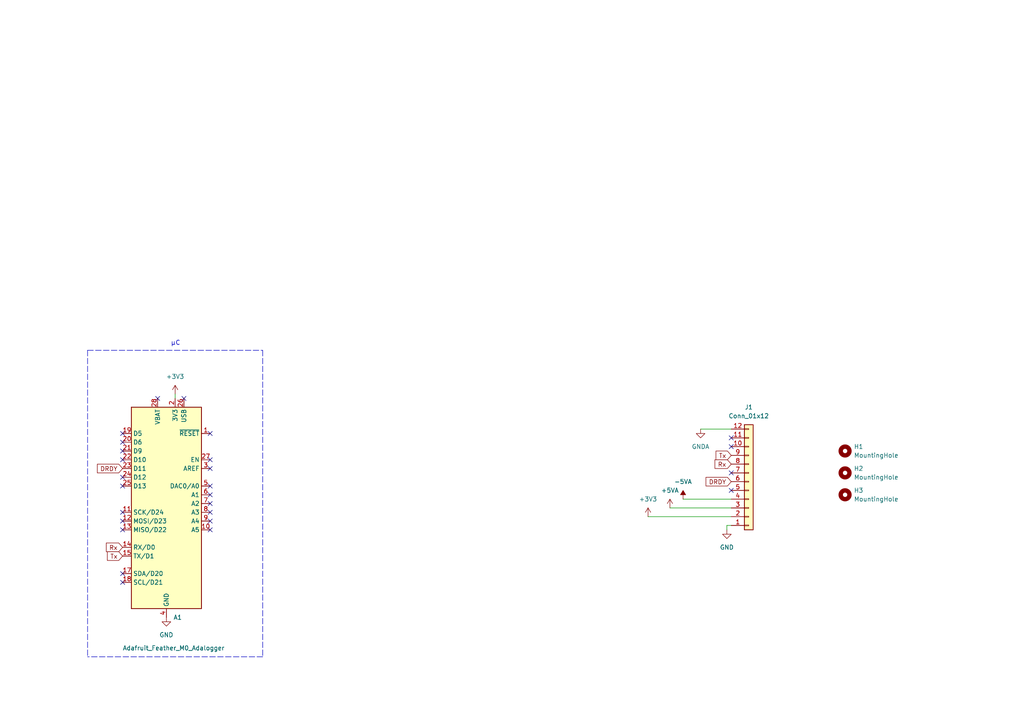
<source format=kicad_sch>
(kicad_sch (version 20211123) (generator eeschema)
  (paper "A4")
  (title_block (title "uc Board") (date "2022-05-25") (rev "V1") (company "SpaceTech'Orleans"))
  (lib_symbols
    (symbol "Connector_Generic:Conn_01x12" (pin_names (offset 1.016) hide)
      (property "Reference" "J" (at 0 15.24 0))
      (property "Value" "Conn_01x12" (at 0 -17.78 0))
      (symbol "Conn_01x12_1_1"
        (rectangle (start -1.27 -15.113) (end 0 -15.367) (stroke (width 0.1524)))
        (rectangle (start -1.27 -12.573) (end 0 -12.827) (stroke (width 0.1524)))
        (rectangle (start -1.27 -10.033) (end 0 -10.287) (stroke (width 0.1524)))
        (rectangle (start -1.27 -7.493) (end 0 -7.747) (stroke (width 0.1524)))
        (rectangle (start -1.27 -4.953) (end 0 -5.207) (stroke (width 0.1524)))
        (rectangle (start -1.27 -2.413) (end 0 -2.667) (stroke (width 0.1524)))
        (rectangle (start -1.27 0.127) (end 0 -0.127) (stroke (width 0.1524)))
        (rectangle (start -1.27 2.667) (end 0 2.413) (stroke (width 0.1524)))
        (rectangle (start -1.27 5.207) (end 0 4.953) (stroke (width 0.1524)))
        (rectangle (start -1.27 7.747) (end 0 7.493) (stroke (width 0.1524)))
        (rectangle (start -1.27 10.287) (end 0 10.033) (stroke (width 0.1524)))
        (rectangle (start -1.27 12.827) (end 0 12.573) (stroke (width 0.1524)))
        (rectangle (start -1.27 13.97) (end 1.27 -16.51) (stroke (width 0.254)) (fill (type background)))
        (pin passive line (at -5.08 12.7 0) (length 3.81) (name "Pin_1") (number "1"))
        (pin passive line (at -5.08 -10.16 0) (length 3.81) (name "Pin_10") (number "10"))
        (pin passive line (at -5.08 -12.7 0) (length 3.81) (name "Pin_11") (number "11"))
        (pin passive line (at -5.08 -15.24 0) (length 3.81) (name "Pin_12") (number "12"))
        (pin passive line (at -5.08 10.16 0) (length 3.81) (name "Pin_2") (number "2"))
        (pin passive line (at -5.08 7.62 0) (length 3.81) (name "Pin_3") (number "3"))
        (pin passive line (at -5.08 5.08 0) (length 3.81) (name "Pin_4") (number "4"))
        (pin passive line (at -5.08 2.54 0) (length 3.81) (name "Pin_5") (number "5"))
        (pin passive line (at -5.08 0 0) (length 3.81) (name "Pin_6") (number "6"))
        (pin passive line (at -5.08 -2.54 0) (length 3.81) (name "Pin_7") (number "7"))
        (pin passive line (at -5.08 -5.08 0) (length 3.81) (name "Pin_8") (number "8"))
        (pin passive line (at -5.08 -7.62 0) (length 3.81) (name "Pin_9") (number "9"))
      )
    )
    (symbol "MCU_Module:Adafruit_Feather_M0_Adalogger"
      (property "Reference" "A" (at -10.16 29.21 0))
      (property "Value" "Adafruit_Feather_M0_Adalogger" (at 2.54 -31.75 0))
      (symbol "Adafruit_Feather_M0_Adalogger_0_1"
        (rectangle (start -10.16 27.94) (end 10.16 -30.48) (stroke (width 0.254)) (fill (type background)))
      )
      (symbol "Adafruit_Feather_M0_Adalogger_1_1"
        (pin input line (at 12.7 20.32 180) (length 2.54) (name "~{RESET}") (number "1"))
        (pin bidirectional line (at 12.7 -7.62 180) (length 2.54) (name "A5") (number "10"))
        (pin bidirectional line (at -12.7 -2.54 0) (length 2.54) (name "SCK/D24") (number "11"))
        (pin bidirectional line (at -12.7 -5.08 0) (length 2.54) (name "MOSI/D23") (number "12"))
        (pin bidirectional line (at -12.7 -7.62 0) (length 2.54) (name "MISO/D22") (number "13"))
        (pin bidirectional line (at -12.7 -12.7 0) (length 2.54) (name "RX/D0") (number "14"))
        (pin bidirectional line (at -12.7 -15.24 0) (length 2.54) (name "TX/D1") (number "15"))
        (pin passive line (at 0 -33.02 90) (length 2.54) hide (name "GND") (number "16"))
        (pin bidirectional line (at -12.7 -20.32 0) (length 2.54) (name "SDA/D20") (number "17"))
        (pin bidirectional line (at -12.7 -22.86 0) (length 2.54) (name "SCL/D21") (number "18"))
        (pin bidirectional line (at -12.7 20.32 0) (length 2.54) (name "D5") (number "19"))
        (pin power_in line (at 2.54 30.48 270) (length 2.54) (name "3V3") (number "2"))
        (pin bidirectional line (at -12.7 17.78 0) (length 2.54) (name "D6") (number "20"))
        (pin bidirectional line (at -12.7 15.24 0) (length 2.54) (name "D9") (number "21"))
        (pin bidirectional line (at -12.7 12.7 0) (length 2.54) (name "D10") (number "22"))
        (pin bidirectional line (at -12.7 10.16 0) (length 2.54) (name "D11") (number "23"))
        (pin bidirectional line (at -12.7 7.62 0) (length 2.54) (name "D12") (number "24"))
        (pin bidirectional line (at -12.7 5.08 0) (length 2.54) (name "D13") (number "25"))
        (pin power_in line (at 5.08 30.48 270) (length 2.54) (name "USB") (number "26"))
        (pin input line (at 12.7 12.7 180) (length 2.54) (name "EN") (number "27"))
        (pin power_in line (at -2.54 30.48 270) (length 2.54) (name "VBAT") (number "28"))
        (pin input line (at 12.7 10.16 180) (length 2.54) (name "AREF") (number "3"))
        (pin power_in line (at 0 -33.02 90) (length 2.54) (name "GND") (number "4"))
        (pin bidirectional line (at 12.7 5.08 180) (length 2.54) (name "DAC0/A0") (number "5"))
        (pin bidirectional line (at 12.7 2.54 180) (length 2.54) (name "A1") (number "6"))
        (pin bidirectional line (at 12.7 0 180) (length 2.54) (name "A2") (number "7"))
        (pin bidirectional line (at 12.7 -2.54 180) (length 2.54) (name "A3") (number "8"))
        (pin bidirectional line (at 12.7 -5.08 180) (length 2.54) (name "A4") (number "9"))
      )
    )
    (symbol "Mechanical:MountingHole" (pin_names (offset 1.016))
      (property "Reference" "H" (at 0 5.08 0))
      (property "Value" "MountingHole" (at 0 3.175 0))
      (symbol "MountingHole_0_1"
        (circle (center 0 0) (radius 1.27) (stroke (width 1.27)))
      )
    )
    (symbol "power:+3V3" (power) (pin_names (offset 0))
      (property "Value" "+3V3" (at 0 3.556 0))
      (symbol "+3V3_0_1"
        (polyline (pts (xy -0.762 1.27) (xy 0 2.54)))
        (polyline (pts (xy 0 0) (xy 0 2.54)))
        (polyline (pts (xy 0 2.54) (xy 0.762 1.27)))
      )
      (symbol "+3V3_1_1"
        (pin power_in line (at 0 0 90) (length 0) hide (name "+3V3") (number "1"))
      )
    )
    (symbol "power:+5VA" (power) (pin_names (offset 0))
      (property "Value" "+5VA" (at 0 3.556 0))
      (symbol "+5VA_0_1"
        (polyline (pts (xy -0.762 1.27) (xy 0 2.54)))
        (polyline (pts (xy 0 0) (xy 0 2.54)))
        (polyline (pts (xy 0 2.54) (xy 0.762 1.27)))
      )
      (symbol "+5VA_1_1"
        (pin power_in line (at 0 0 90) (length 0) hide (name "+5VA") (number "1"))
      )
    )
    (symbol "power:-5VA" (power) (pin_names (offset 0))
      (property "Value" "-5VA" (at 0 3.81 0))
      (symbol "-5VA_0_0"
        (pin power_in line (at 0 0 90) (length 0) hide (name "-5VA") (number "1"))
      )
      (symbol "-5VA_0_1"
        (polyline (pts (xy 0 0) (xy 0 1.27) (xy 0.762 1.27) (xy 0 2.54) (xy -0.762 1.27) (xy 0 1.27)) (fill (type outline)))
      )
    )
    (symbol "power:GND" (power) (pin_names (offset 0))
      (property "Value" "GND" (at 0 -3.81 0))
      (symbol "GND_0_1"
        (polyline (pts (xy 0 0) (xy 0 -1.27) (xy 1.27 -1.27) (xy 0 -2.54) (xy -1.27 -1.27) (xy 0 -1.27)))
      )
      (symbol "GND_1_1"
        (pin power_in line (at 0 0 270) (length 0) hide (name "GND") (number "1"))
      )
    )
    (symbol "power:GNDA" (power) (pin_names (offset 0))
      (property "Value" "GNDA" (at 0 -3.81 0))
      (symbol "GNDA_0_1"
        (polyline (pts (xy 0 0) (xy 0 -1.27) (xy 1.27 -1.27) (xy 0 -2.54) (xy -1.27 -1.27) (xy 0 -1.27)))
      )
      (symbol "GNDA_1_1"
        (pin power_in line (at 0 0 270) (length 0) hide (name "GNDA") (number "1"))
      )
    )
  )
  (no_connect (at 212.09 137.16))
  (no_connect (at 212.09 142.24))
  (no_connect (at 35.56 138.43))
  (no_connect (at 35.56 140.97))
  (no_connect (at 35.56 166.37))
  (no_connect (at 35.56 148.59))
  (no_connect (at 35.56 153.67))
  (no_connect (at 35.56 151.13))
  (no_connect (at 212.09 127))
  (no_connect (at 212.09 129.54))
  (no_connect (at 60.96 125.73))
  (no_connect (at 53.34 115.57))
  (no_connect (at 45.72 115.57))
  (no_connect (at 35.56 168.91))
  (no_connect (at 35.56 130.81))
  (no_connect (at 35.56 133.35))
  (no_connect (at 60.96 153.67))
  (no_connect (at 60.96 151.13))
  (no_connect (at 60.96 148.59))
  (no_connect (at 60.96 146.05))
  (no_connect (at 60.96 143.51))
  (no_connect (at 60.96 140.97))
  (no_connect (at 60.96 135.89))
  (no_connect (at 60.96 133.35))
  (no_connect (at 35.56 125.73))
  (no_connect (at 35.56 128.27))
  (polyline (pts (xy 76.2 101.6) (xy 76.2 190.5)))
  (wire (pts (xy 210.82 152.4) (xy 212.09 152.4)))
  (wire (pts (xy 194.31 147.32) (xy 212.09 147.32)))
  (polyline (pts (xy 25.4 101.6) (xy 25.4 190.5)))
  (wire (pts (xy 187.96 149.86) (xy 212.09 149.86)))
  (wire (pts (xy 50.8 114.3) (xy 50.8 115.57)))
  (wire (pts (xy 203.2 124.46) (xy 212.09 124.46)))
  (wire (pts (xy 210.82 153.67) (xy 210.82 152.4)))
  (polyline (pts (xy 76.2 190.5) (xy 25.4 190.5)))
  (polyline (pts (xy 25.4 101.6) (xy 76.2 101.6)))
  (wire (pts (xy 198.12 144.78) (xy 212.09 144.78)))
  (text "µC\n" (at 49.53 100.33 0) (effects (font (size 1.27 1.27)) (justify left bottom)))
  (global_label "DRDY" (shape input) (at 35.56 135.89 180) (property "Intersheet References" "${INTERSHEET_REFS}" (effects hide)))
  (global_label "Rx" (shape input) (at 212.09 134.62 180) (property "Intersheet References" "${INTERSHEET_REFS}" (effects hide)))
  (global_label "Tx" (shape input) (at 212.09 132.08 180) (property "Intersheet References" "${INTERSHEET_REFS}" (effects hide)))
  (global_label "Rx" (shape input) (at 35.56 158.75 180) (property "Intersheet References" "${INTERSHEET_REFS}" (effects hide)))
  (global_label "Tx" (shape input) (at 35.56 161.29 180) (property "Intersheet References" "${INTERSHEET_REFS}" (effects hide)))
  (global_label "DRDY" (shape input) (at 212.09 139.7 180) (property "Intersheet References" "${INTERSHEET_REFS}" (effects hide)))
  (symbol (lib_id "power:-5VA") (at 198.12 144.78 0) (unit 1)
    (property "Reference" "#PWR?" (effects hide))
    (property "Value" "-5VA" (at 198.12 139.7 0))
  )
  (symbol (lib_id "power:+3V3") (at 187.96 149.86 0) (unit 1)
    (property "Reference" "#PWR03" (effects hide))
    (property "Value" "+3V3" (at 187.96 144.78 0))
  )
  (symbol (lib_id "Mechanical:MountingHole") (at 245.11 137.16 0) (unit 1)
    (property "Reference" "H2" (at 247.65 135.8899 0) (effects (justify left)))
    (property "Value" "MountingHole" (at 247.65 138.4299 0) (effects (justify left)))
    (property "Footprint" "MountingHole:MountingHole_3.5mm_Pad" (effects hide))
  )
  (symbol (lib_id "Connector_Generic:Conn_01x12") (at 217.17 139.7 0) (mirror x) (unit 1)
    (property "Reference" "J1" (at 217.17 118.11 0))
    (property "Value" "Conn_01x12" (at 217.17 120.65 0))
    (property "Footprint" "Connector_PinSocket_2.54mm:PinSocket_1x12_P2.54mm_Vertical" (effects hide))
  )
  (symbol (lib_id "power:GND") (at 210.82 153.67 0) (unit 1)
    (property "Reference" "#PWR04" (effects hide))
    (property "Value" "GND" (at 210.82 158.75 0))
  )
  (symbol (lib_id "power:GNDA") (at 203.2 124.46 0) (unit 1)
    (property "Reference" "#PWR?" (effects hide))
    (property "Value" "GNDA" (at 203.2 129.54 0))
  )
  (symbol (lib_id "MCU_Module:Adafruit_Feather_M0_Adalogger") (at 48.26 146.05 0) (unit 1)
    (property "Reference" "A1" (at 50.2794 179.07 0) (effects (justify left)))
    (property "Value" "Adafruit_Feather_M0_Adalogger" (at 35.56 187.96 0) (effects (justify left)))
    (property "Footprint" "Module:Adafruit_Feather" (effects hide))
    (property "Datasheet" "https://cdn-learn.adafruit.com/downloads/pdf/adafruit-feather-m0-adalogger.pdf" (effects hide))
  )
  (symbol (lib_id "power:+5VA") (at 194.31 147.32 0) (unit 1)
    (property "Reference" "#PWR?" (effects hide))
    (property "Value" "+5VA" (at 194.31 142.24 0))
  )
  (symbol (lib_id "Mechanical:MountingHole") (at 245.11 143.51 0) (unit 1)
    (property "Reference" "H3" (at 247.65 142.2399 0) (effects (justify left)))
    (property "Value" "MountingHole" (at 247.65 144.7799 0) (effects (justify left)))
    (property "Footprint" "MountingHole:MountingHole_3.5mm_Pad" (effects hide))
  )
  (symbol (lib_id "power:GND") (at 48.26 179.07 0) (unit 1)
    (property "Reference" "#PWR01" (effects hide))
    (property "Value" "GND" (at 48.26 184.15 0))
  )
  (symbol (lib_id "power:+3V3") (at 50.8 114.3 0) (unit 1)
    (property "Reference" "#PWR02" (effects hide))
    (property "Value" "+3V3" (at 50.8 109.22 0))
  )
  (symbol (lib_id "Mechanical:MountingHole") (at 245.11 130.81 0) (unit 1)
    (property "Reference" "H1" (at 247.65 129.5399 0) (effects (justify left)))
    (property "Value" "MountingHole" (at 247.65 132.0799 0) (effects (justify left)))
    (property "Footprint" "MountingHole:MountingHole_3.5mm_Pad" (effects hide))
  )
)
</source>
